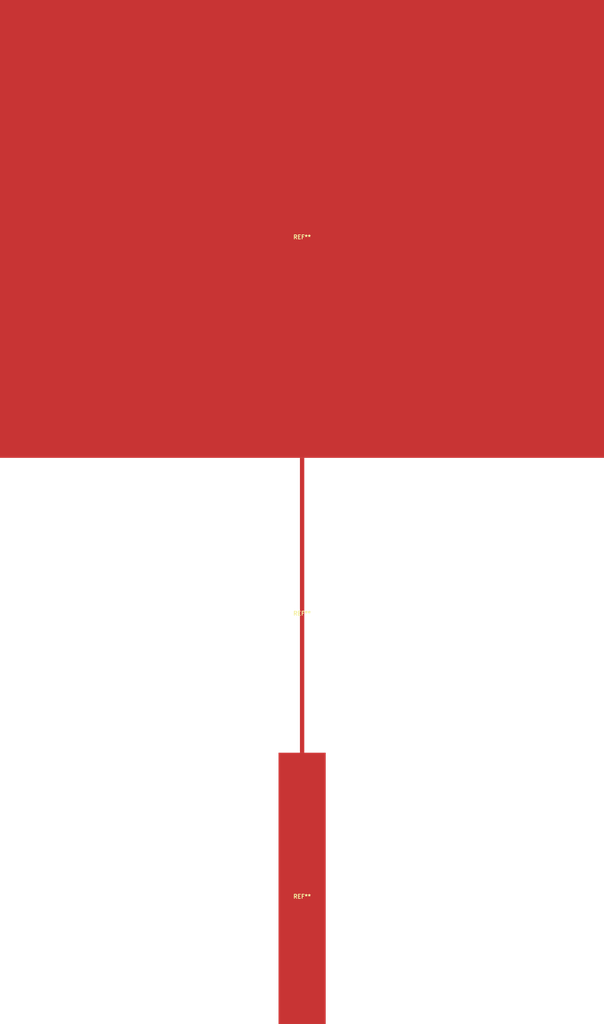
<source format=kicad_pcb>
(kicad_pcb (version 4) (host pcbnew 4.0.4+dfsg1-stable)

  (general
    (links 0)
    (no_connects 0)
    (area 40.0391 39.024245 77.4609 102.162555)
    (thickness 1.6)
    (drawings 0)
    (tracks 0)
    (zones 0)
    (modules 3)
    (nets 1)
  )

  (page A4)
  (layers
    (0 F.Cu signal)
    (31 B.Cu signal)
    (32 B.Adhes user)
    (33 F.Adhes user)
    (34 B.Paste user)
    (35 F.Paste user)
    (36 B.SilkS user)
    (37 F.SilkS user)
    (38 B.Mask user)
    (39 F.Mask user)
    (40 Dwgs.User user)
    (41 Cmts.User user)
    (42 Eco1.User user)
    (43 Eco2.User user)
    (44 Edge.Cuts user)
    (45 Margin user)
    (46 B.CrtYd user)
    (47 F.CrtYd user)
    (48 B.Fab user)
    (49 F.Fab user)
  )

  (setup
    (last_trace_width 0.25)
    (trace_clearance 0.2)
    (zone_clearance 0.508)
    (zone_45_only no)
    (trace_min 0.2)
    (segment_width 0.2)
    (edge_width 0.15)
    (via_size 0.6)
    (via_drill 0.4)
    (via_min_size 0.4)
    (via_min_drill 0.3)
    (uvia_size 0.3)
    (uvia_drill 0.1)
    (uvias_allowed no)
    (uvia_min_size 0.2)
    (uvia_min_drill 0.1)
    (pcb_text_width 0.3)
    (pcb_text_size 1.5 1.5)
    (mod_edge_width 0.15)
    (mod_text_size 1 1)
    (mod_text_width 0.15)
    (pad_size 1 3)
    (pad_drill 0)
    (pad_to_mask_clearance 0.2)
    (aux_axis_origin 0 0)
    (visible_elements FFFFFF7F)
    (pcbplotparams
      (layerselection 0x00030_80000001)
      (usegerberextensions false)
      (excludeedgelayer true)
      (linewidth 0.150000)
      (plotframeref false)
      (viasonmask false)
      (mode 1)
      (useauxorigin false)
      (hpglpennumber 1)
      (hpglpenspeed 20)
      (hpglpendiameter 15)
      (hpglpenoverlay 2)
      (psnegative false)
      (psa4output false)
      (plotreference true)
      (plotvalue true)
      (plotinvisibletext false)
      (padsonsilk false)
      (subtractmaskfromsilk false)
      (outputformat 1)
      (mirror false)
      (drillshape 1)
      (scaleselection 1)
      (outputdirectory ""))
  )

  (net 0 "")

  (net_class Default "This is the default net class."
    (clearance 0.2)
    (trace_width 0.25)
    (via_dia 0.6)
    (via_drill 0.4)
    (uvia_dia 0.3)
    (uvia_drill 0.1)
  )

  (module PATCH (layer F.Cu) (tedit 0) (tstamp 0)
    (at 58.75 53.25)
    (fp_text reference REF** (at 0 0.5) (layer F.SilkS)
      (effects (font (size 0.25 0.25) (thickness 0.05)))
    )
    (fp_text value micostrip_line (at 0 -0.5) (layer F.Fab)
      (effects (font (size 0.25 0.25) (thickness 0.05)))
    )
    (pad 1 smd rect (at 0 0) (size 37.0218 28.05151) (layers F.Cu))
  )

  (module TRANS (layer F.Cu) (tedit 0) (tstamp 0)
    (at 58.75 76.308655)
    (fp_text reference REF** (at 0 0.5) (layer F.SilkS)
      (effects (font (size 0.25 0.25) (thickness 0.05)))
    )
    (fp_text value micostrip_line (at 0 -0.5) (layer F.Fab)
      (effects (font (size 0.25 0.25) (thickness 0.05)))
    )
    (pad 1 smd rect (at 0 0) (size 0.265953 18.0658) (layers F.Cu))
  )

  (module LINE (layer F.Cu) (tedit 0) (tstamp 0)
    (at 58.75 93.652055)
    (fp_text reference REF** (at 0 0.5) (layer F.SilkS)
      (effects (font (size 0.25 0.25) (thickness 0.05)))
    )
    (fp_text value micostrip_line (at 0 -0.5) (layer F.Fab)
      (effects (font (size 0.25 0.25) (thickness 0.05)))
    )
    (pad 1 smd rect (at 0 0) (size 2.8892 16.621) (layers F.Cu))
  )

)

</source>
